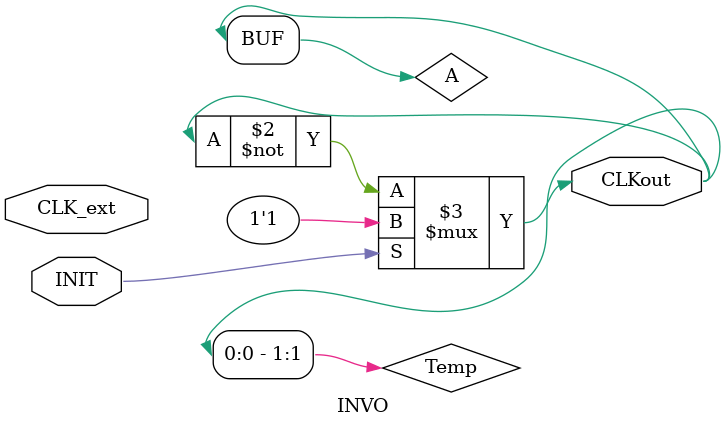
<source format=v>


module INVO(CLK_ext,INIT,CLKout);

parameter N = 2; // Number of delay gates
parameter INV_D = 1; // inverter delay 
parameter CLK_T = 5; // Simulation clock period (/2)

input INIT;
input CLK_ext; // external clock for measurement of oscillator frequency

//output reg CLKout = 1'b0;
output CLKout;

//always #CLK_T CLKout = ~CLKout;


wire [N-1:0] Temp /* synthesis keep */;

wire A;
assign CLKout = A;
assign #INV_D Temp[0] = ~A;

genvar n;
generate 
	for (n=0; n<(N-1);n=n+1) begin : CNOT1 
		assign #INV_D Temp[n+1] = ~Temp[n];
	end
endgenerate

assign #INV_D A = (INIT) ? 1'b1 : ~Temp[N-1];
//assign #INV_D A = ~Temp[N-1];


/* // Frequency measurement:
output reg [31:0] Acount = 32'd0;
output reg [31:0] CLKcount = 32'd0;
always @(posedge CLK_ext) begin
	count = count +1'b1;
	if (count==8'd5) INIT = 1'b0;
	if (~INIT) CLKcount = CLKcount + 1'b1;
end
always @(posedge A) begin 
	if (~INIT) Acount = Acount +1'b1;
end
*/
	
endmodule

</source>
